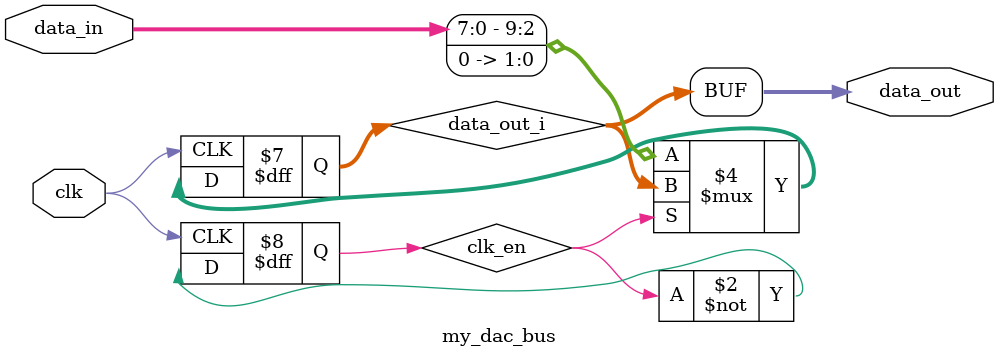
<source format=v>
module my_dac_bus(
     input clk,
     input[7:0]  data_in,
     output[9:0] data_out

);
reg clk_en = 1'b1;
always @(posedge clk) begin
    clk_en <= ~clk_en;

end

reg[9:0] data_out_i = 10'b0000_0000_00;
always @(posedge clk) begin
     data_out_i <= clk_en ?  data_out_i : {data_in,2'b0};
end

assign data_out = data_out_i;
endmodule
</source>
